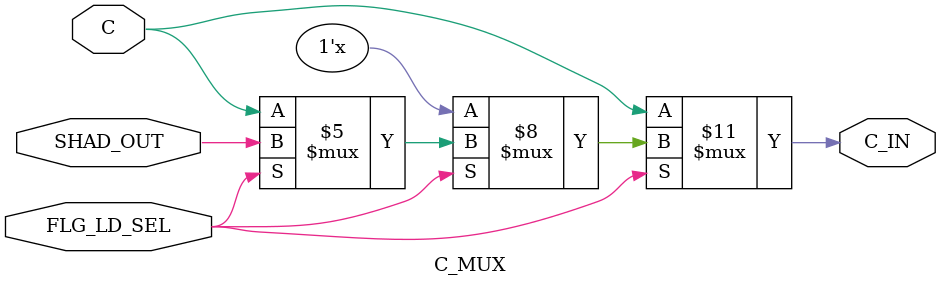
<source format=sv>
`timescale 1ns / 1ps


module C_FLAG(
    input LD, CLR, SET, CLK, DIN,
    output logic DOUT
    );
    
    always_ff@(posedge CLK) begin
        if (CLR==1)
            DOUT <= 0;
        else if (SET==1)
            DOUT <= 1;
        else if (LD ==1)
            DOUT <= DIN;
    end
endmodule

/////////

module SHAD_C(
    input LD, IN, CLK,
    output logic OUT);
    
    always_ff@(posedge CLK) begin
        if (LD)
            OUT <= IN;
    end
endmodule

/////////

module C_MUX(
    input C, SHAD_OUT, FLG_LD_SEL,
    output logic C_IN);
    
    always_comb begin
        if(FLG_LD_SEL == 0)
            C_IN = C;
        else if(FLG_LD_SEL == 1)
            C_IN = SHAD_OUT;
        else 
            C_IN = C;
    end
endmodule  
</source>
